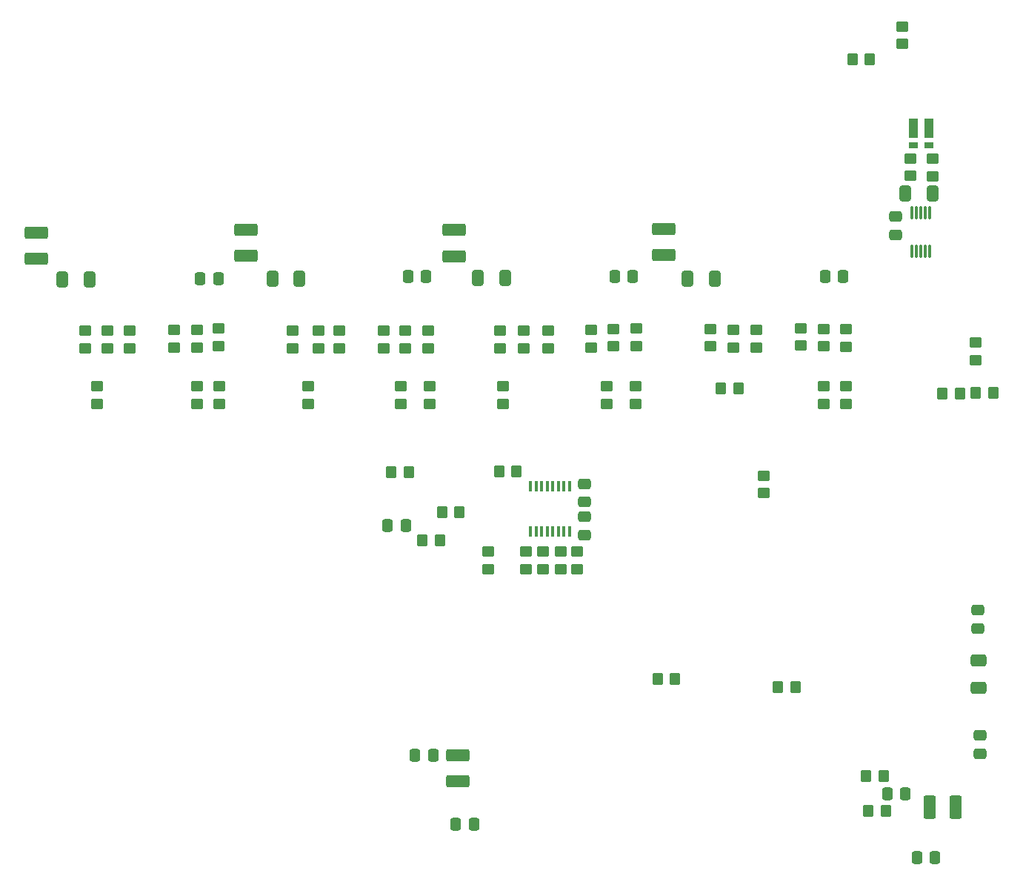
<source format=gbr>
%TF.GenerationSoftware,KiCad,Pcbnew,9.0.2*%
%TF.CreationDate,2025-08-05T21:19:51-07:00*%
%TF.ProjectId,telepresence-bot,74656c65-7072-4657-9365-6e63652d626f,rev?*%
%TF.SameCoordinates,Original*%
%TF.FileFunction,Paste,Bot*%
%TF.FilePolarity,Positive*%
%FSLAX46Y46*%
G04 Gerber Fmt 4.6, Leading zero omitted, Abs format (unit mm)*
G04 Created by KiCad (PCBNEW 9.0.2) date 2025-08-05 21:19:51*
%MOMM*%
%LPD*%
G01*
G04 APERTURE LIST*
G04 Aperture macros list*
%AMRoundRect*
0 Rectangle with rounded corners*
0 $1 Rounding radius*
0 $2 $3 $4 $5 $6 $7 $8 $9 X,Y pos of 4 corners*
0 Add a 4 corners polygon primitive as box body*
4,1,4,$2,$3,$4,$5,$6,$7,$8,$9,$2,$3,0*
0 Add four circle primitives for the rounded corners*
1,1,$1+$1,$2,$3*
1,1,$1+$1,$4,$5*
1,1,$1+$1,$6,$7*
1,1,$1+$1,$8,$9*
0 Add four rect primitives between the rounded corners*
20,1,$1+$1,$2,$3,$4,$5,0*
20,1,$1+$1,$4,$5,$6,$7,0*
20,1,$1+$1,$6,$7,$8,$9,0*
20,1,$1+$1,$8,$9,$2,$3,0*%
G04 Aperture macros list end*
%ADD10RoundRect,0.250000X0.450000X-0.350000X0.450000X0.350000X-0.450000X0.350000X-0.450000X-0.350000X0*%
%ADD11RoundRect,0.250000X0.350000X0.450000X-0.350000X0.450000X-0.350000X-0.450000X0.350000X-0.450000X0*%
%ADD12RoundRect,0.075000X0.075000X-0.650000X0.075000X0.650000X-0.075000X0.650000X-0.075000X-0.650000X0*%
%ADD13RoundRect,0.250000X-0.450000X0.350000X-0.450000X-0.350000X0.450000X-0.350000X0.450000X0.350000X0*%
%ADD14RoundRect,0.250000X-0.350000X-0.450000X0.350000X-0.450000X0.350000X0.450000X-0.350000X0.450000X0*%
%ADD15RoundRect,0.250000X-0.475000X0.337500X-0.475000X-0.337500X0.475000X-0.337500X0.475000X0.337500X0*%
%ADD16RoundRect,0.250000X-0.337500X-0.475000X0.337500X-0.475000X0.337500X0.475000X-0.337500X0.475000X0*%
%ADD17R,1.010000X2.287000*%
%ADD18R,1.010000X0.762000*%
%ADD19RoundRect,0.250001X1.074999X-0.462499X1.074999X0.462499X-1.074999X0.462499X-1.074999X-0.462499X0*%
%ADD20RoundRect,0.250000X-0.412500X-0.650000X0.412500X-0.650000X0.412500X0.650000X-0.412500X0.650000X0*%
%ADD21RoundRect,0.250000X0.337500X0.475000X-0.337500X0.475000X-0.337500X-0.475000X0.337500X-0.475000X0*%
%ADD22RoundRect,0.250000X0.475000X-0.337500X0.475000X0.337500X-0.475000X0.337500X-0.475000X-0.337500X0*%
%ADD23RoundRect,0.250001X0.462499X1.074999X-0.462499X1.074999X-0.462499X-1.074999X0.462499X-1.074999X0*%
%ADD24RoundRect,0.250000X0.412500X0.650000X-0.412500X0.650000X-0.412500X-0.650000X0.412500X-0.650000X0*%
%ADD25RoundRect,0.250000X0.650000X-0.412500X0.650000X0.412500X-0.650000X0.412500X-0.650000X-0.412500X0*%
%ADD26R,0.400000X1.200000*%
G04 APERTURE END LIST*
D10*
%TO.C,R25*%
X67672000Y-55738000D03*
X67672000Y-57738000D03*
%TD*%
D11*
%TO.C,R51*%
X92626000Y-55927000D03*
X94626000Y-55927000D03*
%TD*%
D12*
%TO.C,U6*%
X116476000Y-35927000D03*
X115976000Y-35927000D03*
X115476000Y-35927000D03*
X114976000Y-35927000D03*
X114476000Y-35927000D03*
X114476000Y-40327000D03*
X114976000Y-40327000D03*
X115476000Y-40327000D03*
X115976000Y-40327000D03*
X116476000Y-40327000D03*
%TD*%
D13*
%TO.C,R93*%
X35160000Y-51150000D03*
X35160000Y-49150000D03*
%TD*%
D14*
%TO.C,R7*%
X87389600Y-89139000D03*
X85389600Y-89139000D03*
%TD*%
D13*
%TO.C,R49*%
X54083000Y-51404000D03*
X54083000Y-49404000D03*
%TD*%
%TO.C,R92*%
X32747000Y-51277000D03*
X32747000Y-49277000D03*
%TD*%
D14*
%TO.C,R44*%
X62751600Y-70089000D03*
X60751600Y-70089000D03*
%TD*%
D11*
%TO.C,R43*%
X67276000Y-65427000D03*
X69276000Y-65427000D03*
%TD*%
D10*
%TO.C,R18*%
X76176000Y-74627000D03*
X76176000Y-76627000D03*
%TD*%
D13*
%TO.C,R29*%
X101745000Y-51077000D03*
X101745000Y-49077000D03*
%TD*%
D15*
%TO.C,C21*%
X77042400Y-68942100D03*
X77042400Y-66867100D03*
%TD*%
D10*
%TO.C,R20*%
X72276000Y-74627000D03*
X72276000Y-76627000D03*
%TD*%
D13*
%TO.C,R69*%
X49003000Y-51404000D03*
X49003000Y-49404000D03*
%TD*%
D10*
%TO.C,R19*%
X74276000Y-74627000D03*
X74276000Y-76627000D03*
%TD*%
D16*
%TO.C,C25*%
X64381500Y-105753618D03*
X62306500Y-105753618D03*
%TD*%
D13*
%TO.C,R39*%
X97526000Y-67927000D03*
X97526000Y-65927000D03*
%TD*%
D10*
%TO.C,R89*%
X35287000Y-55754000D03*
X35287000Y-57754000D03*
%TD*%
D17*
%TO.C,R22*%
X116426000Y-26277000D03*
D18*
X116426000Y-28182500D03*
X114656000Y-28182500D03*
D17*
X114656000Y-26276500D03*
%TD*%
D14*
%TO.C,R11*%
X119917600Y-56525400D03*
X117917600Y-56525400D03*
%TD*%
D10*
%TO.C,R81*%
X21317000Y-55754000D03*
X21317000Y-57754000D03*
%TD*%
D13*
%TO.C,R23*%
X77795000Y-51277000D03*
X77795000Y-49277000D03*
%TD*%
D11*
%TO.C,R38*%
X107640000Y-18374600D03*
X109640000Y-18374600D03*
%TD*%
D13*
%TO.C,R24*%
X67395000Y-51404000D03*
X67395000Y-49404000D03*
%TD*%
%TO.C,R77*%
X56496000Y-51404000D03*
X56496000Y-49404000D03*
%TD*%
%TO.C,R36*%
X80295000Y-51177000D03*
X80295000Y-49177000D03*
%TD*%
D19*
%TO.C,FB2*%
X62582000Y-97865318D03*
X62582000Y-100840318D03*
%TD*%
D13*
%TO.C,R52*%
X94045000Y-51277000D03*
X94045000Y-49277000D03*
%TD*%
D20*
%TO.C,C36*%
X20466500Y-43546000D03*
X17341500Y-43546000D03*
%TD*%
D10*
%TO.C,R94*%
X65976000Y-74627000D03*
X65976000Y-76627000D03*
%TD*%
D21*
%TO.C,C26*%
X57654400Y-97879618D03*
X59729400Y-97879618D03*
%TD*%
D13*
%TO.C,R78*%
X59163000Y-51404000D03*
X59163000Y-49404000D03*
%TD*%
%TO.C,R65*%
X43669000Y-51404000D03*
X43669000Y-49404000D03*
%TD*%
D19*
%TO.C,L4*%
X38335000Y-37867500D03*
X38335000Y-40842500D03*
%TD*%
D13*
%TO.C,R82*%
X22460000Y-51404000D03*
X22460000Y-49404000D03*
%TD*%
D21*
%TO.C,C12*%
X111615700Y-102245400D03*
X113690700Y-102245400D03*
%TD*%
D13*
%TO.C,R50*%
X91445000Y-51177000D03*
X91445000Y-49177000D03*
%TD*%
D22*
%TO.C,C4*%
X122276000Y-95589500D03*
X122276000Y-97664500D03*
%TD*%
D16*
%TO.C,C6*%
X117094300Y-109560600D03*
X115019300Y-109560600D03*
%TD*%
D10*
%TO.C,R66*%
X45447000Y-55754000D03*
X45447000Y-57754000D03*
%TD*%
D21*
%TO.C,C13*%
X80457500Y-43177000D03*
X82532500Y-43177000D03*
%TD*%
D22*
%TO.C,C8*%
X121949600Y-81315800D03*
X121949600Y-83390800D03*
%TD*%
D15*
%TO.C,C9*%
X112626000Y-38414500D03*
X112626000Y-36339500D03*
%TD*%
D10*
%TO.C,R8*%
X121746400Y-50750200D03*
X121746400Y-52750200D03*
%TD*%
D14*
%TO.C,R17*%
X111214800Y-100213400D03*
X109214800Y-100213400D03*
%TD*%
D10*
%TO.C,R59*%
X106915000Y-55754000D03*
X106915000Y-57754000D03*
%TD*%
D13*
%TO.C,R37*%
X82945000Y-51127000D03*
X82945000Y-49127000D03*
%TD*%
D14*
%TO.C,R13*%
X123762400Y-56474600D03*
X121762400Y-56474600D03*
%TD*%
D23*
%TO.C,FB1*%
X116499700Y-103820200D03*
X119474700Y-103820200D03*
%TD*%
D20*
%TO.C,C28*%
X91907500Y-43477000D03*
X88782500Y-43477000D03*
%TD*%
D16*
%TO.C,C22*%
X56591500Y-71613000D03*
X54516500Y-71613000D03*
%TD*%
D13*
%TO.C,R26*%
X70085000Y-51377000D03*
X70085000Y-49377000D03*
%TD*%
D14*
%TO.C,R45*%
X56960400Y-65567800D03*
X54960400Y-65567800D03*
%TD*%
D20*
%TO.C,C32*%
X44469500Y-43419000D03*
X41344500Y-43419000D03*
%TD*%
D13*
%TO.C,R55*%
X30080000Y-51277000D03*
X30080000Y-49277000D03*
%TD*%
%TO.C,R80*%
X19920000Y-51404000D03*
X19920000Y-49404000D03*
%TD*%
D10*
%TO.C,R74*%
X59290000Y-55754000D03*
X59290000Y-57754000D03*
%TD*%
D13*
%TO.C,R62*%
X104395000Y-51177000D03*
X104395000Y-49177000D03*
%TD*%
D24*
%TO.C,C10*%
X113663500Y-33727000D03*
X116788500Y-33727000D03*
%TD*%
D13*
%TO.C,R40*%
X113313600Y-16631400D03*
X113313600Y-14631400D03*
%TD*%
D10*
%TO.C,R31*%
X79545000Y-55727000D03*
X79545000Y-57727000D03*
%TD*%
D11*
%TO.C,R42*%
X58500400Y-73289400D03*
X60500400Y-73289400D03*
%TD*%
D10*
%TO.C,R33*%
X82845000Y-55727000D03*
X82845000Y-57727000D03*
%TD*%
%TO.C,R12*%
X116841000Y-29727000D03*
X116841000Y-31727000D03*
%TD*%
%TO.C,R87*%
X32747000Y-55754000D03*
X32747000Y-57754000D03*
%TD*%
D20*
%TO.C,C14*%
X67970000Y-43377000D03*
X64845000Y-43377000D03*
%TD*%
D10*
%TO.C,R21*%
X70376000Y-74627000D03*
X70376000Y-76627000D03*
%TD*%
D19*
%TO.C,L3*%
X86095000Y-37739500D03*
X86095000Y-40714500D03*
%TD*%
%TO.C,L5*%
X14332000Y-38158000D03*
X14332000Y-41133000D03*
%TD*%
D25*
%TO.C,C2*%
X122051200Y-87017700D03*
X122051200Y-90142700D03*
%TD*%
D13*
%TO.C,R67*%
X46590000Y-51404000D03*
X46590000Y-49404000D03*
%TD*%
D14*
%TO.C,R16*%
X111468800Y-104226600D03*
X109468800Y-104226600D03*
%TD*%
D10*
%TO.C,R30*%
X114276000Y-29677000D03*
X114276000Y-31677000D03*
%TD*%
D13*
%TO.C,R54*%
X96645000Y-51277000D03*
X96645000Y-49277000D03*
%TD*%
%TO.C,R84*%
X25000000Y-51404000D03*
X25000000Y-49404000D03*
%TD*%
D19*
%TO.C,L1*%
X62095000Y-37889500D03*
X62095000Y-40864500D03*
%TD*%
D15*
%TO.C,C20*%
X77042400Y-72701300D03*
X77042400Y-70626300D03*
%TD*%
D10*
%TO.C,R72*%
X55988000Y-55754000D03*
X55988000Y-57754000D03*
%TD*%
%TO.C,R57*%
X104375000Y-55754000D03*
X104375000Y-57754000D03*
%TD*%
D21*
%TO.C,C27*%
X104507500Y-43177000D03*
X106582500Y-43177000D03*
%TD*%
D13*
%TO.C,R28*%
X72845000Y-51377000D03*
X72845000Y-49377000D03*
%TD*%
D14*
%TO.C,R1*%
X101126000Y-90127000D03*
X99126000Y-90127000D03*
%TD*%
D21*
%TO.C,C35*%
X33106500Y-43419000D03*
X35181500Y-43419000D03*
%TD*%
D13*
%TO.C,R63*%
X106945000Y-51227000D03*
X106945000Y-49227000D03*
%TD*%
D21*
%TO.C,C31*%
X56855500Y-43165000D03*
X58930500Y-43165000D03*
%TD*%
D26*
%TO.C,U10*%
X75322400Y-67133400D03*
X74687400Y-67133400D03*
X74052400Y-67133400D03*
X73417400Y-67133400D03*
X72782400Y-67133400D03*
X72147400Y-67133400D03*
X71512400Y-67133400D03*
X70877400Y-67133400D03*
X70877400Y-72333400D03*
X71512400Y-72333400D03*
X72147400Y-72333400D03*
X72782400Y-72333400D03*
X73417400Y-72333400D03*
X74052400Y-72333400D03*
X74687400Y-72333400D03*
X75322400Y-72333400D03*
%TD*%
M02*

</source>
